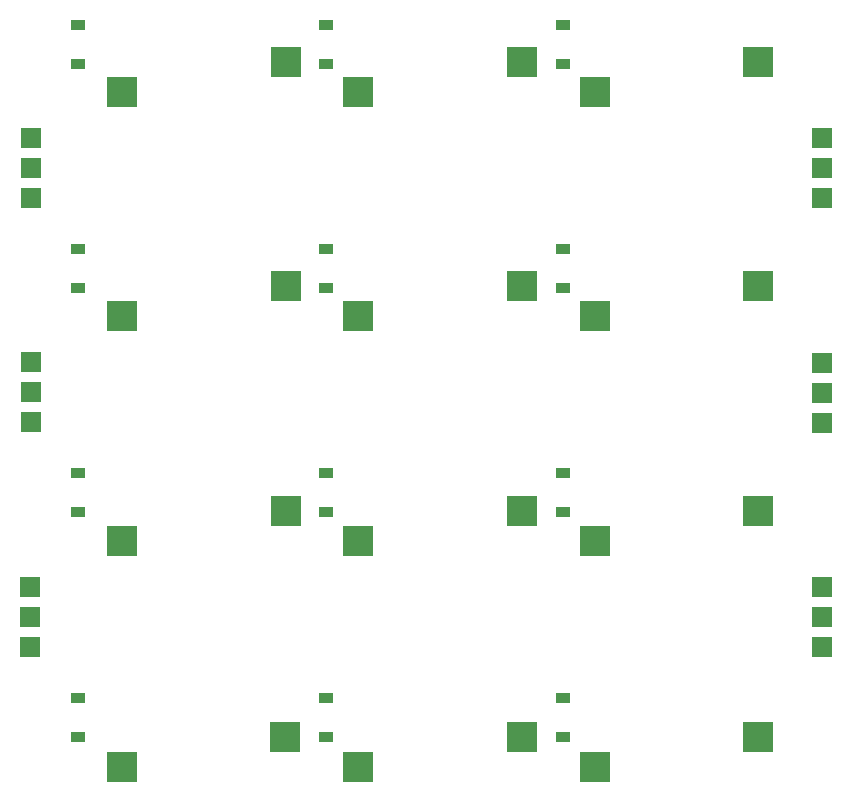
<source format=gbp>
G04 #@! TF.GenerationSoftware,KiCad,Pcbnew,(6.0.7)*
G04 #@! TF.CreationDate,2023-07-18T19:21:52+02:00*
G04 #@! TF.ProjectId,anavi-macro-pad-12,616e6176-692d-46d6-9163-726f2d706164,1.0*
G04 #@! TF.SameCoordinates,Original*
G04 #@! TF.FileFunction,Paste,Bot*
G04 #@! TF.FilePolarity,Positive*
%FSLAX46Y46*%
G04 Gerber Fmt 4.6, Leading zero omitted, Abs format (unit mm)*
G04 Created by KiCad (PCBNEW (6.0.7)) date 2023-07-18 19:21:52*
%MOMM*%
%LPD*%
G01*
G04 APERTURE LIST*
%ADD10R,2.550000X2.500000*%
%ADD11R,1.200000X0.900000*%
%ADD12R,1.700000X1.700000*%
G04 APERTURE END LIST*
D10*
X58643266Y-75112866D03*
X72493266Y-72572866D03*
X78643266Y-75112866D03*
X92493266Y-72572866D03*
X98643266Y-75112866D03*
X112493266Y-72572866D03*
X58643266Y-94112866D03*
X72493266Y-91572866D03*
X78643266Y-94112866D03*
X92493266Y-91572866D03*
X98643266Y-94112866D03*
X112493266Y-91572866D03*
X58643266Y-113112866D03*
X72493266Y-110572866D03*
X78643266Y-113112866D03*
X92493266Y-110572866D03*
X98643266Y-113112866D03*
X112493266Y-110572866D03*
X58594200Y-132290000D03*
X72444200Y-129750000D03*
X78634800Y-132290000D03*
X92484800Y-129750000D03*
X98650000Y-132290000D03*
X112500000Y-129750000D03*
D11*
X75936400Y-72713879D03*
X75936400Y-69413879D03*
X95936400Y-72713879D03*
X95936400Y-69413879D03*
X54936400Y-91713879D03*
X54936400Y-88413879D03*
X75936400Y-91713879D03*
X75936400Y-88413879D03*
X95936400Y-91713879D03*
X95936400Y-88413879D03*
X54936400Y-110713879D03*
X54936400Y-107413879D03*
X75936400Y-110713879D03*
X75936400Y-107413879D03*
X95936400Y-110713879D03*
X95936400Y-107413879D03*
D12*
X117933266Y-84072866D03*
X117933266Y-81532866D03*
X117933266Y-78992866D03*
X50933266Y-97992866D03*
X50933266Y-100532866D03*
X50933266Y-103072866D03*
X50933266Y-84072866D03*
X50933266Y-81532866D03*
X50933266Y-78992866D03*
X117933266Y-98032866D03*
X117933266Y-100572866D03*
X117933266Y-103112866D03*
D11*
X54936400Y-72713879D03*
X54936400Y-69413879D03*
D12*
X50875000Y-122130000D03*
X50875000Y-119590000D03*
X50875000Y-117050000D03*
D11*
X54936400Y-129713879D03*
X54936400Y-126413879D03*
X75936400Y-129713879D03*
X75936400Y-126413879D03*
D12*
X117925000Y-122155000D03*
X117925000Y-119615000D03*
X117925000Y-117075000D03*
D11*
X95936400Y-129713879D03*
X95936400Y-126413879D03*
M02*

</source>
